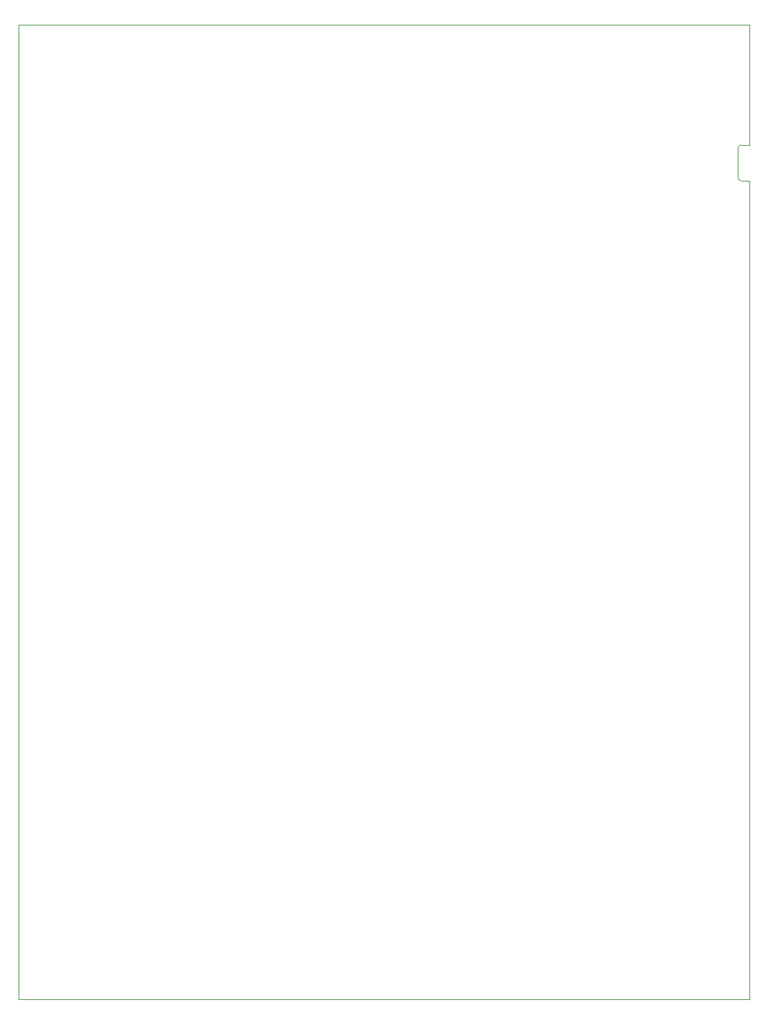
<source format=gbr>
%TF.GenerationSoftware,KiCad,Pcbnew,7.0.2*%
%TF.CreationDate,2025-02-14T16:13:01+00:00*%
%TF.ProjectId,body,626f6479-2e6b-4696-9361-645f70636258,rev?*%
%TF.SameCoordinates,Original*%
%TF.FileFunction,Profile,NP*%
%FSLAX46Y46*%
G04 Gerber Fmt 4.6, Leading zero omitted, Abs format (unit mm)*
G04 Created by KiCad (PCBNEW 7.0.2) date 2025-02-14 16:13:01*
%MOMM*%
%LPD*%
G01*
G04 APERTURE LIST*
%TA.AperFunction,Profile*%
%ADD10C,0.050000*%
%TD*%
%TA.AperFunction,Profile*%
%ADD11C,0.120000*%
%TD*%
G04 APERTURE END LIST*
D10*
X190000000Y-25000000D02*
X190000000Y-35500000D01*
X100000000Y-145000000D02*
X100000000Y-25000000D01*
X190000000Y-48500000D02*
X190000000Y-145000000D01*
X190000000Y-145000000D02*
X100000000Y-145000000D01*
X100000000Y-25000000D02*
X190000000Y-25000000D01*
D11*
%TO.C,J4*%
X189000000Y-44200000D02*
X190000000Y-44200000D01*
X190000000Y-44200000D02*
X190000000Y-48500000D01*
X188600000Y-40200000D02*
X188600000Y-43800000D01*
X189000000Y-39800000D02*
X190000000Y-39800000D01*
X190000000Y-39800000D02*
X190000000Y-35500000D01*
X188600000Y-43800000D02*
G75*
G03*
X189000000Y-44200000I400002J2D01*
G01*
X189000000Y-39800000D02*
G75*
G03*
X188600000Y-40200000I0J-400000D01*
G01*
%TD*%
M02*

</source>
